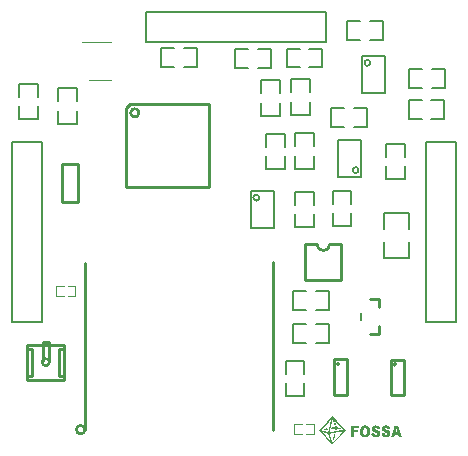
<source format=gto>
G04 Layer: TopSilkLayer*
G04 EasyEDA v6.3.22, 2020-01-22T11:07:26+01:00*
G04 fe9f39e87b364ab5b5230e9583c1109d,6ac03ef627a24f5ab7c901ca926ad83b,10*
G04 Gerber Generator version 0.2*
G04 Scale: 100 percent, Rotated: No, Reflected: No *
G04 Dimensions in millimeters *
G04 leading zeros omitted , absolute positions ,3 integer and 3 decimal *
%FSLAX33Y33*%
%MOMM*%
G90*
G71D02*

%ADD10C,0.254000*%
%ADD47C,0.101600*%
%ADD48C,0.200000*%
%ADD49C,0.119990*%
%ADD50C,0.203200*%
%ADD51C,0.202999*%
%ADD52C,0.199898*%
%ADD53C,0.152400*%

%LPD*%

%LPD*%
G36*
G01X32751Y2568D02*
G01X32682Y2569D01*
G01X32632Y2565D01*
G01X32602Y2556D01*
G01X32588Y2540D01*
G01X32583Y2524D01*
G01X32572Y2492D01*
G01X32557Y2446D01*
G01X32537Y2387D01*
G01X32514Y2318D01*
G01X32488Y2241D01*
G01X32460Y2157D01*
G01X32431Y2069D01*
G01X32285Y1634D01*
G01X32419Y1634D01*
G01X32494Y1636D01*
G01X32538Y1646D01*
G01X32562Y1671D01*
G01X32579Y1717D01*
G01X32597Y1763D01*
G01X32622Y1788D01*
G01X32668Y1798D01*
G01X32751Y1799D01*
G01X32834Y1798D01*
G01X32879Y1789D01*
G01X32901Y1764D01*
G01X32923Y1670D01*
G01X32944Y1645D01*
G01X32987Y1635D01*
G01X33068Y1634D01*
G01X33209Y1634D01*
G01X32903Y2559D01*
G01X32751Y2568D01*
G37*

%LPC*%
G36*
G01X32757Y2289D02*
G01X32748Y2297D01*
G01X32729Y2267D01*
G01X32705Y2196D01*
G01X32683Y2114D01*
G01X32674Y2052D01*
G01X32680Y2040D01*
G01X32696Y2030D01*
G01X32719Y2023D01*
G01X32748Y2021D01*
G01X32795Y2025D01*
G01X32817Y2048D01*
G01X32815Y2099D01*
G01X32793Y2190D01*
G01X32781Y2232D01*
G01X32768Y2266D01*
G01X32757Y2289D01*
G37*

%LPD*%
G36*
G01X29546Y2573D02*
G01X28881Y2573D01*
G01X28881Y1634D01*
G01X29152Y1634D01*
G01X29152Y2021D01*
G01X29497Y2021D01*
G01X29497Y2241D01*
G01X29325Y2241D01*
G01X29232Y2243D01*
G01X29180Y2251D01*
G01X29157Y2267D01*
G01X29152Y2297D01*
G01X29158Y2327D01*
G01X29183Y2343D01*
G01X29242Y2351D01*
G01X29349Y2352D01*
G01X29546Y2352D01*
G01X29546Y2573D01*
G37*

%LPD*%
G36*
G01X30140Y2597D02*
G01X30088Y2601D01*
G01X30034Y2596D01*
G01X29976Y2584D01*
G01X29919Y2564D01*
G01X29866Y2539D01*
G01X29819Y2507D01*
G01X29777Y2467D01*
G01X29741Y2422D01*
G01X29711Y2372D01*
G01X29687Y2318D01*
G01X29668Y2260D01*
G01X29655Y2200D01*
G01X29648Y2138D01*
G01X29647Y2076D01*
G01X29652Y2014D01*
G01X29663Y1953D01*
G01X29680Y1893D01*
G01X29703Y1838D01*
G01X29733Y1785D01*
G01X29769Y1737D01*
G01X29811Y1696D01*
G01X29864Y1662D01*
G01X29929Y1637D01*
G01X30004Y1621D01*
G01X30083Y1613D01*
G01X30161Y1616D01*
G01X30235Y1627D01*
G01X30300Y1647D01*
G01X30351Y1677D01*
G01X30392Y1714D01*
G01X30427Y1755D01*
G01X30457Y1798D01*
G01X30482Y1844D01*
G01X30501Y1891D01*
G01X30516Y1941D01*
G01X30526Y1991D01*
G01X30532Y2042D01*
G01X30533Y2094D01*
G01X30529Y2145D01*
G01X30522Y2196D01*
G01X30509Y2245D01*
G01X30494Y2293D01*
G01X30474Y2339D01*
G01X30451Y2383D01*
G01X30423Y2424D01*
G01X30392Y2462D01*
G01X30358Y2496D01*
G01X30320Y2526D01*
G01X30280Y2552D01*
G01X30236Y2573D01*
G01X30189Y2588D01*
G01X30140Y2597D01*
G37*

%LPC*%
G36*
G01X30122Y2375D02*
G01X30088Y2380D01*
G01X30050Y2373D01*
G01X30017Y2356D01*
G01X29987Y2328D01*
G01X29961Y2292D01*
G01X29941Y2250D01*
G01X29925Y2202D01*
G01X29916Y2150D01*
G01X29912Y2098D01*
G01X29915Y2044D01*
G01X29925Y1993D01*
G01X29942Y1944D01*
G01X29967Y1900D01*
G01X30012Y1855D01*
G01X30068Y1830D01*
G01X30126Y1827D01*
G01X30177Y1848D01*
G01X30209Y1884D01*
G01X30233Y1934D01*
G01X30250Y1994D01*
G01X30259Y2061D01*
G01X30260Y2130D01*
G01X30252Y2196D01*
G01X30235Y2257D01*
G01X30209Y2307D01*
G01X30183Y2339D01*
G01X30153Y2361D01*
G01X30122Y2375D01*
G37*

%LPD*%
G36*
G01X31008Y2596D02*
G01X30957Y2596D01*
G01X30906Y2590D01*
G01X30857Y2579D01*
G01X30812Y2561D01*
G01X30764Y2534D01*
G01X30724Y2504D01*
G01X30693Y2471D01*
G01X30669Y2436D01*
G01X30654Y2399D01*
G01X30646Y2361D01*
G01X30645Y2323D01*
G01X30652Y2284D01*
G01X30666Y2245D01*
G01X30687Y2207D01*
G01X30716Y2170D01*
G01X30751Y2135D01*
G01X30793Y2102D01*
G01X30841Y2071D01*
G01X30897Y2043D01*
G01X30958Y2019D01*
G01X31050Y1986D01*
G01X31099Y1959D01*
G01X31118Y1930D01*
G01X31118Y1888D01*
G01X31103Y1846D01*
G01X31074Y1819D01*
G01X31035Y1807D01*
G01X30992Y1808D01*
G01X30949Y1821D01*
G01X30912Y1847D01*
G01X30886Y1883D01*
G01X30876Y1930D01*
G01X30866Y1952D01*
G01X30840Y1965D01*
G01X30802Y1969D01*
G01X30759Y1965D01*
G01X30715Y1955D01*
G01X30676Y1938D01*
G01X30648Y1917D01*
G01X30634Y1891D01*
G01X30634Y1843D01*
G01X30647Y1799D01*
G01X30669Y1759D01*
G01X30700Y1723D01*
G01X30740Y1691D01*
G01X30786Y1664D01*
G01X30838Y1642D01*
G01X30893Y1626D01*
G01X30950Y1616D01*
G01X31010Y1611D01*
G01X31069Y1613D01*
G01X31127Y1622D01*
G01X31182Y1637D01*
G01X31233Y1660D01*
G01X31279Y1690D01*
G01X31318Y1729D01*
G01X31349Y1770D01*
G01X31373Y1813D01*
G01X31389Y1854D01*
G01X31397Y1896D01*
G01X31398Y1937D01*
G01X31392Y1976D01*
G01X31380Y2015D01*
G01X31360Y2052D01*
G01X31333Y2088D01*
G01X31300Y2123D01*
G01X31260Y2155D01*
G01X31214Y2186D01*
G01X31162Y2213D01*
G01X31103Y2239D01*
G01X31039Y2262D01*
G01X30969Y2281D01*
G01X30938Y2292D01*
G01X30917Y2307D01*
G01X30905Y2327D01*
G01X30901Y2353D01*
G01X30926Y2397D01*
G01X30985Y2412D01*
G01X31051Y2396D01*
G01X31098Y2352D01*
G01X31145Y2316D01*
G01X31225Y2296D01*
G01X31306Y2295D01*
G01X31353Y2318D01*
G01X31365Y2351D01*
G01X31367Y2383D01*
G01X31359Y2415D01*
G01X31342Y2446D01*
G01X31317Y2475D01*
G01X31285Y2502D01*
G01X31248Y2526D01*
G01X31206Y2548D01*
G01X31160Y2566D01*
G01X31111Y2580D01*
G01X31060Y2590D01*
G01X31008Y2596D01*
G37*

%LPD*%
G36*
G01X31916Y2601D02*
G01X31858Y2608D01*
G01X31800Y2607D01*
G01X31743Y2599D01*
G01X31689Y2581D01*
G01X31641Y2558D01*
G01X31601Y2530D01*
G01X31569Y2499D01*
G01X31543Y2465D01*
G01X31525Y2428D01*
G01X31514Y2389D01*
G01X31510Y2349D01*
G01X31513Y2308D01*
G01X31523Y2268D01*
G01X31540Y2228D01*
G01X31563Y2190D01*
G01X31593Y2152D01*
G01X31629Y2118D01*
G01X31671Y2086D01*
G01X31720Y2059D01*
G01X31775Y2035D01*
G01X31885Y1989D01*
G01X31952Y1945D01*
G01X31981Y1898D01*
G01X31977Y1845D01*
G01X31957Y1816D01*
G01X31925Y1801D01*
G01X31887Y1798D01*
G01X31845Y1808D01*
G01X31805Y1826D01*
G01X31771Y1853D01*
G01X31747Y1887D01*
G01X31738Y1926D01*
G01X31708Y1952D01*
G01X31639Y1966D01*
G01X31560Y1964D01*
G01X31500Y1944D01*
G01X31486Y1921D01*
G01X31486Y1887D01*
G01X31497Y1845D01*
G01X31517Y1798D01*
G01X31545Y1751D01*
G01X31578Y1707D01*
G01X31613Y1671D01*
G01X31650Y1647D01*
G01X31703Y1625D01*
G01X31756Y1610D01*
G01X31809Y1602D01*
G01X31861Y1599D01*
G01X31912Y1602D01*
G01X31961Y1610D01*
G01X32008Y1624D01*
G01X32051Y1643D01*
G01X32092Y1666D01*
G01X32128Y1694D01*
G01X32161Y1726D01*
G01X32189Y1762D01*
G01X32211Y1802D01*
G01X32228Y1845D01*
G01X32238Y1891D01*
G01X32242Y1941D01*
G01X32238Y2001D01*
G01X32225Y2053D01*
G01X32201Y2098D01*
G01X32165Y2138D01*
G01X32115Y2173D01*
G01X32050Y2206D01*
G01X31968Y2237D01*
G01X31867Y2269D01*
G01X31818Y2286D01*
G01X31786Y2304D01*
G01X31768Y2326D01*
G01X31763Y2353D01*
G01X31790Y2398D01*
G01X31851Y2413D01*
G01X31915Y2397D01*
G01X31953Y2352D01*
G01X31969Y2323D01*
G01X32001Y2303D01*
G01X32042Y2292D01*
G01X32087Y2289D01*
G01X32132Y2295D01*
G01X32170Y2309D01*
G01X32196Y2331D01*
G01X32206Y2361D01*
G01X32200Y2403D01*
G01X32182Y2444D01*
G01X32155Y2481D01*
G01X32119Y2515D01*
G01X32075Y2544D01*
G01X32026Y2569D01*
G01X31973Y2588D01*
G01X31916Y2601D01*
G37*

%LPD*%
G36*
G01X27337Y3424D02*
G01X27330Y3430D01*
G01X27323Y3424D01*
G01X27307Y3407D01*
G01X27281Y3380D01*
G01X27248Y3344D01*
G01X27206Y3300D01*
G01X27158Y3247D01*
G01X27104Y3187D01*
G01X27044Y3121D01*
G01X26979Y3049D01*
G01X26910Y2972D01*
G01X26838Y2892D01*
G01X26763Y2808D01*
G01X26209Y2186D01*
G01X26770Y1558D01*
G01X27330Y930D01*
G01X28450Y2186D01*
G01X27896Y2808D01*
G01X27821Y2892D01*
G01X27749Y2972D01*
G01X27680Y3049D01*
G01X27615Y3121D01*
G01X27555Y3187D01*
G01X27502Y3247D01*
G01X27453Y3300D01*
G01X27412Y3344D01*
G01X27378Y3380D01*
G01X27353Y3407D01*
G01X27337Y3424D01*
G37*

%LPC*%
G36*
G01X28120Y2072D02*
G01X28105Y2073D01*
G01X28083Y2070D01*
G01X28043Y2065D01*
G01X27988Y2056D01*
G01X27920Y2046D01*
G01X27758Y2019D01*
G01X27669Y2004D01*
G01X27577Y1988D01*
G01X27487Y1973D01*
G01X27399Y1957D01*
G01X27318Y1943D01*
G01X27245Y1930D01*
G01X27183Y1918D01*
G01X27135Y1909D01*
G01X27103Y1902D01*
G01X27091Y1898D01*
G01X27093Y1882D01*
G01X27106Y1841D01*
G01X27126Y1780D01*
G01X27152Y1704D01*
G01X27182Y1619D01*
G01X27214Y1528D01*
G01X27246Y1438D01*
G01X27278Y1353D01*
G01X27306Y1278D01*
G01X27329Y1218D01*
G01X27346Y1179D01*
G01X27354Y1164D01*
G01X27365Y1174D01*
G01X27391Y1200D01*
G01X27431Y1242D01*
G01X27482Y1298D01*
G01X27544Y1366D01*
G01X27614Y1443D01*
G01X27691Y1529D01*
G01X27773Y1620D01*
G01X27859Y1717D01*
G01X27931Y1798D01*
G01X27991Y1867D01*
G01X28039Y1923D01*
G01X28076Y1968D01*
G01X28103Y2004D01*
G01X28121Y2030D01*
G01X28132Y2049D01*
G01X28134Y2062D01*
G01X28129Y2069D01*
G01X28120Y2072D01*
G37*
G36*
G01X26961Y1896D02*
G01X26509Y2044D01*
G01X26826Y1687D01*
G01X26890Y1616D01*
G01X26950Y1548D01*
G01X27005Y1488D01*
G01X27053Y1435D01*
G01X27123Y1358D01*
G01X27142Y1337D01*
G01X27150Y1330D01*
G01X27152Y1336D01*
G01X27140Y1375D01*
G01X27105Y1478D01*
G01X27037Y1675D01*
G01X26961Y1896D01*
G37*
G36*
G01X27199Y3077D02*
G01X27200Y3087D01*
G01X27190Y3080D01*
G01X27166Y3056D01*
G01X27128Y3017D01*
G01X27079Y2964D01*
G01X27020Y2900D01*
G01X26953Y2826D01*
G01X26879Y2744D01*
G01X26801Y2656D01*
G01X26708Y2551D01*
G01X26629Y2461D01*
G01X26565Y2384D01*
G01X26514Y2321D01*
G01X26476Y2271D01*
G01X26453Y2235D01*
G01X26442Y2212D01*
G01X26444Y2202D01*
G01X26477Y2190D01*
G01X26540Y2168D01*
G01X26720Y2108D01*
G01X26960Y2029D01*
G01X26983Y2128D01*
G01X26990Y2157D01*
G01X27001Y2200D01*
G01X27014Y2257D01*
G01X27030Y2324D01*
G01X27047Y2399D01*
G01X27066Y2480D01*
G01X27087Y2565D01*
G01X27107Y2653D01*
G01X27127Y2739D01*
G01X27145Y2819D01*
G01X27176Y2956D01*
G01X27187Y3009D01*
G01X27195Y3050D01*
G01X27199Y3077D01*
G37*
G36*
G01X27355Y3102D02*
G01X27344Y3126D01*
G01X27340Y3114D01*
G01X27330Y3079D01*
G01X27317Y3025D01*
G01X27299Y2956D01*
G01X27280Y2873D01*
G01X27258Y2781D01*
G01X27235Y2683D01*
G01X27211Y2582D01*
G01X27188Y2480D01*
G01X27165Y2381D01*
G01X27144Y2289D01*
G01X27126Y2206D01*
G01X27110Y2136D01*
G01X27092Y2046D01*
G01X27091Y2033D01*
G01X27100Y2033D01*
G01X27125Y2036D01*
G01X27163Y2041D01*
G01X27213Y2049D01*
G01X27272Y2059D01*
G01X27340Y2070D01*
G01X27414Y2083D01*
G01X27492Y2097D01*
G01X27575Y2112D01*
G01X27659Y2127D01*
G01X27742Y2143D01*
G01X27824Y2158D01*
G01X27902Y2173D01*
G01X27976Y2188D01*
G01X28042Y2201D01*
G01X28101Y2212D01*
G01X28149Y2223D01*
G01X28185Y2231D01*
G01X28208Y2237D01*
G01X28216Y2240D01*
G01X28209Y2252D01*
G01X28188Y2278D01*
G01X28155Y2318D01*
G01X28111Y2369D01*
G01X28058Y2430D01*
G01X27997Y2500D01*
G01X27930Y2576D01*
G01X27858Y2656D01*
G01X27783Y2740D01*
G01X27715Y2813D01*
G01X27656Y2875D01*
G01X27607Y2925D01*
G01X27568Y2962D01*
G01X27540Y2986D01*
G01X27524Y2995D01*
G01X27523Y2988D01*
G01X27538Y2943D01*
G01X27562Y2873D01*
G01X27591Y2788D01*
G01X27623Y2696D01*
G01X27699Y2474D01*
G01X27884Y2413D01*
G01X27965Y2383D01*
G01X28023Y2357D01*
G01X28057Y2332D01*
G01X28069Y2309D01*
G01X28057Y2270D01*
G01X28020Y2252D01*
G01X27959Y2257D01*
G01X27871Y2283D01*
G01X27781Y2311D01*
G01X27721Y2314D01*
G01X27686Y2289D01*
G01X27670Y2236D01*
G01X27648Y2180D01*
G01X27612Y2167D01*
G01X27580Y2194D01*
G01X27569Y2258D01*
G01X27575Y2343D01*
G01X27458Y2322D01*
G01X27354Y2304D01*
G01X27290Y2301D01*
G01X27256Y2313D01*
G01X27239Y2341D01*
G01X27237Y2381D01*
G01X27265Y2410D01*
G01X27329Y2432D01*
G01X27435Y2450D01*
G01X27496Y2460D01*
G01X27539Y2472D01*
G01X27564Y2485D01*
G01X27568Y2500D01*
G01X27555Y2536D01*
G01X27530Y2610D01*
G01X27494Y2711D01*
G01X27454Y2829D01*
G01X27413Y2944D01*
G01X27379Y3038D01*
G01X27355Y3102D01*
G37*

%LPD*%
G36*
G01X26891Y2346D02*
G01X26846Y2347D01*
G01X26790Y2340D01*
G01X26726Y2328D01*
G01X26693Y2317D01*
G01X26670Y2301D01*
G01X26657Y2281D01*
G01X26652Y2255D01*
G01X26688Y2219D01*
G01X26770Y2206D01*
G01X26863Y2219D01*
G01X26933Y2255D01*
G01X26952Y2284D01*
G01X26958Y2307D01*
G01X26948Y2325D01*
G01X26926Y2338D01*
G01X26891Y2346D01*
G37*

%LPD*%
G36*
G01X27540Y1851D02*
G01X27510Y1854D01*
G01X27482Y1844D01*
G01X27465Y1820D01*
G01X27440Y1745D01*
G01X27420Y1674D01*
G01X27404Y1608D01*
G01X27392Y1547D01*
G01X27384Y1493D01*
G01X27380Y1446D01*
G01X27380Y1407D01*
G01X27385Y1376D01*
G01X27393Y1354D01*
G01X27406Y1343D01*
G01X27423Y1342D01*
G01X27445Y1352D01*
G01X27460Y1378D01*
G01X27479Y1432D01*
G01X27501Y1505D01*
G01X27522Y1588D01*
G01X27541Y1671D01*
G01X27555Y1746D01*
G01X27563Y1803D01*
G01X27561Y1832D01*
G01X27540Y1851D01*
G37*

%LPD*%
G54D47*
G01X4562Y14401D02*
G01X3927Y14401D01*
G01X3927Y13538D01*
G01X4460Y13538D01*
G01X4562Y13538D01*
G01X4943Y13538D02*
G01X5552Y13538D01*
G01X5552Y14401D01*
G01X5019Y14401D01*
G01X4943Y14401D01*
G01X24742Y2711D02*
G01X24107Y2711D01*
G01X24107Y1848D01*
G01X24640Y1848D01*
G01X24742Y1848D01*
G01X25123Y1848D02*
G01X25732Y1848D01*
G01X25732Y2711D01*
G01X25199Y2711D01*
G01X25123Y2711D01*
G54D10*
G01X16845Y29825D02*
G01X16845Y22814D01*
G01X16845Y22814D02*
G01X9834Y22814D01*
G01X9834Y22814D02*
G01X9834Y29469D01*
G01X10190Y29825D02*
G01X16845Y29825D01*
G01X10190Y29825D02*
G01X9834Y29469D01*
G54D48*
G01X23300Y25410D02*
G01X23300Y24310D01*
G01X21699Y24310D01*
G01X21699Y25410D01*
G01X23300Y26209D02*
G01X23300Y27310D01*
G01X22300Y27310D01*
G01X21699Y27310D01*
G01X21699Y26209D01*
G01X2420Y29620D02*
G01X2420Y28520D01*
G01X819Y28520D01*
G01X819Y29620D01*
G01X2420Y30419D02*
G01X2420Y31520D01*
G01X1420Y31520D01*
G01X819Y31520D01*
G01X819Y30419D01*
G01X5710Y29250D02*
G01X5710Y28150D01*
G01X4109Y28150D01*
G01X4109Y29250D01*
G01X5710Y30049D02*
G01X5710Y31150D01*
G01X4710Y31150D01*
G01X4109Y31150D01*
G01X4109Y30049D01*
G01X22910Y29910D02*
G01X22910Y28810D01*
G01X21309Y28810D01*
G01X21309Y29910D01*
G01X22910Y30709D02*
G01X22910Y31810D01*
G01X21910Y31810D01*
G01X21309Y31810D01*
G01X21309Y30709D01*
G01X25929Y11150D02*
G01X27029Y11150D01*
G01X27029Y9549D01*
G01X25929Y9549D01*
G01X25129Y11150D02*
G01X24029Y11150D01*
G01X24029Y10150D01*
G01X24029Y9549D01*
G01X25129Y9549D01*
G54D10*
G01X4460Y21520D02*
G01X4460Y24719D01*
G01X5759Y24719D02*
G01X4460Y24719D01*
G01X5759Y24719D02*
G01X5759Y21520D01*
G01X4460Y21520D02*
G01X5759Y21520D01*
G54D49*
G01X6740Y31860D02*
G01X8540Y31860D01*
G01X8540Y35080D02*
G01X6090Y35080D01*
G54D50*
G01X13414Y37610D02*
G01X11509Y37610D01*
G01X11509Y35070D01*
G01X26749Y35070D01*
G01X26749Y37610D01*
G54D51*
G01X26749Y37610D02*
G01X13414Y37610D01*
G54D48*
G01X14739Y34530D02*
G01X15839Y34530D01*
G01X15839Y32929D01*
G01X14739Y32929D01*
G01X13940Y34530D02*
G01X12839Y34530D01*
G01X12839Y33530D01*
G01X12839Y32929D01*
G01X13940Y32929D01*
G01X22382Y20885D02*
G01X22382Y22485D01*
G01X22382Y22485D02*
G01X21391Y22485D01*
G01X22382Y20885D02*
G01X22382Y19285D01*
G01X22382Y19285D02*
G01X21391Y19285D01*
G01X21391Y19285D02*
G01X20400Y19285D01*
G01X20400Y19285D02*
G01X20400Y20885D01*
G01X21391Y22485D02*
G01X20400Y22485D01*
G01X20400Y22485D02*
G01X20400Y20885D01*
G54D10*
G01X1510Y9449D02*
G01X4610Y9449D01*
G01X4609Y9449D02*
G01X4609Y6449D01*
G01X1510Y9449D02*
G01X1510Y6449D01*
G01X1509Y6449D02*
G01X4609Y6449D01*
G01X2789Y8090D02*
G01X2789Y9630D01*
G01X3309Y9630D01*
G01X3309Y8130D01*
G01X1519Y9050D02*
G01X1510Y9060D01*
G01X1899Y9060D01*
G01X1899Y6810D01*
G01X1510Y6810D01*
G01X4576Y6832D02*
G01X4586Y6822D01*
G01X4196Y6822D01*
G01X4196Y9072D01*
G01X4586Y9072D01*
G54D48*
G01X20989Y34490D02*
G01X22089Y34490D01*
G01X22089Y32889D01*
G01X20989Y32889D01*
G01X20190Y34490D02*
G01X19089Y34490D01*
G01X19089Y33490D01*
G01X19089Y32889D01*
G01X20190Y32889D01*
G01X27787Y25204D02*
G01X27787Y23604D01*
G01X27787Y23604D02*
G01X28778Y23604D01*
G01X27787Y25204D02*
G01X27787Y26804D01*
G01X27787Y26804D02*
G01X28778Y26804D01*
G01X28778Y26804D02*
G01X29768Y26804D01*
G01X29768Y26804D02*
G01X29768Y25204D01*
G01X28778Y23604D02*
G01X29768Y23604D01*
G01X29768Y23604D02*
G01X29768Y25204D01*
G01X28320Y27869D02*
G01X27219Y27869D01*
G01X27219Y29470D01*
G01X28320Y29470D01*
G01X29119Y27869D02*
G01X30219Y27869D01*
G01X30219Y28869D01*
G01X30219Y29470D01*
G01X29119Y29470D01*
G01X33460Y24550D02*
G01X33460Y23450D01*
G01X31859Y23450D01*
G01X31859Y24550D01*
G01X33460Y25349D02*
G01X33460Y26450D01*
G01X32460Y26450D01*
G01X31859Y26450D01*
G01X31859Y25349D01*
G01X25450Y30000D02*
G01X25450Y28900D01*
G01X23849Y28900D01*
G01X23849Y30000D01*
G01X25450Y30799D02*
G01X25450Y31900D01*
G01X24450Y31900D01*
G01X23849Y31900D01*
G01X23849Y30799D01*
G54D10*
G01X25455Y14931D02*
G01X27654Y14931D01*
G01X25023Y17918D02*
G01X25023Y14921D01*
G01X28096Y14921D01*
G01X28096Y17944D01*
G01X25023Y17918D02*
G01X26013Y17918D01*
G01X27106Y17944D02*
G01X28096Y17944D01*
G54D52*
G01X31715Y18095D02*
G01X31715Y16775D01*
G01X33785Y16775D01*
G01X33785Y18095D01*
G01X31715Y19227D02*
G01X31715Y20547D01*
G01X33785Y20547D01*
G01X33785Y19227D01*
G54D48*
G01X25100Y12389D02*
G01X23999Y12389D01*
G01X23999Y13990D01*
G01X25100Y13990D01*
G01X25899Y12389D02*
G01X26999Y12389D01*
G01X26999Y13389D01*
G01X26999Y13990D01*
G01X25899Y13990D01*
G01X25770Y25440D02*
G01X25770Y24340D01*
G01X24169Y24340D01*
G01X24169Y25440D01*
G01X25770Y26239D02*
G01X25770Y27340D01*
G01X24770Y27340D01*
G01X24169Y27340D01*
G01X24169Y26239D01*
G01X31792Y32305D02*
G01X31792Y33905D01*
G01X31792Y33905D02*
G01X30801Y33905D01*
G01X31792Y32305D02*
G01X31792Y30705D01*
G01X31792Y30705D02*
G01X30801Y30705D01*
G01X30801Y30705D02*
G01X29810Y30705D01*
G01X29810Y30705D02*
G01X29810Y32305D01*
G01X30801Y33905D02*
G01X29810Y33905D01*
G01X29810Y33905D02*
G01X29810Y32305D01*
G01X25369Y34510D02*
G01X26469Y34510D01*
G01X26469Y32909D01*
G01X25369Y32909D01*
G01X24570Y34510D02*
G01X23469Y34510D01*
G01X23469Y33510D01*
G01X23469Y32909D01*
G01X24570Y32909D01*
G01X29700Y35249D02*
G01X28599Y35249D01*
G01X28599Y36850D01*
G01X29700Y36850D01*
G01X30499Y35249D02*
G01X31599Y35249D01*
G01X31599Y36249D01*
G01X31599Y36850D01*
G01X30499Y36850D01*
G01X35709Y30160D02*
G01X36809Y30160D01*
G01X36809Y28559D01*
G01X35709Y28559D01*
G01X34909Y30160D02*
G01X33809Y30160D01*
G01X33809Y29160D01*
G01X33809Y28559D01*
G01X34909Y28559D01*
G01X35719Y32800D02*
G01X36819Y32800D01*
G01X36819Y31199D01*
G01X35719Y31199D01*
G01X34919Y32800D02*
G01X33819Y32800D01*
G01X33819Y31800D01*
G01X33819Y31199D01*
G01X34919Y31199D01*
G54D10*
G01X33351Y8171D02*
G01X33351Y5168D01*
G01X33351Y5168D02*
G01X32248Y5168D01*
G01X32248Y5168D02*
G01X32248Y8171D01*
G01X32248Y8171D02*
G01X33351Y8171D01*
G01X31309Y11019D02*
G01X31309Y10360D01*
G01X31309Y11019D01*
G01X31309Y10360D01*
G01X30494Y10360D01*
G01X30494Y13280D02*
G01X31309Y13280D01*
G01X31309Y12620D01*
G54D48*
G01X29760Y12120D02*
G01X29760Y11520D01*
G01X24960Y6170D02*
G01X24960Y5070D01*
G01X23359Y5070D01*
G01X23359Y6170D01*
G01X24960Y6970D02*
G01X24960Y8070D01*
G01X23960Y8070D01*
G01X23359Y8070D01*
G01X23359Y6970D01*
G54D10*
G01X28561Y8201D02*
G01X28561Y5198D01*
G01X28561Y5198D02*
G01X27458Y5198D01*
G01X27458Y5198D02*
G01X27458Y8201D01*
G01X27458Y8201D02*
G01X28561Y8201D01*
G54D50*
G01X2769Y24715D02*
G01X2769Y26620D01*
G01X229Y26620D01*
G01X229Y11380D01*
G01X2769Y11380D01*
G54D51*
G01X2769Y11380D02*
G01X2769Y24715D01*
G54D50*
G01X37770Y24715D02*
G01X37770Y26620D01*
G01X35230Y26620D01*
G01X35230Y11380D01*
G01X37770Y11380D01*
G54D51*
G01X37770Y11380D02*
G01X37770Y24715D01*
G54D48*
G01X28940Y20550D02*
G01X28940Y19450D01*
G01X27339Y19450D01*
G01X27339Y20550D01*
G01X28940Y21349D02*
G01X28940Y22450D01*
G01X27940Y22450D01*
G01X27339Y22450D01*
G01X27339Y21349D01*
G01X24149Y21299D02*
G01X24149Y22400D01*
G01X25750Y22400D01*
G01X25750Y21299D01*
G01X24149Y20500D02*
G01X24149Y19400D01*
G01X25149Y19400D01*
G01X25750Y19400D01*
G01X25750Y20500D01*
G54D10*
G01X6390Y2229D02*
G01X6390Y16326D01*
G01X22265Y16453D02*
G01X22265Y2229D01*
G75*
G01X27106Y17944D02*
G02X26014Y17919I-546J-2D01*
G01*
G75*
G01X10952Y29063D02*
G03X10952Y29063I-356J0D01*
G01*
G54D48*
G75*
G01X21138Y21876D02*
G03X21138Y21876I-254J0D01*
G01*
G54D10*
G75*
G01X3360Y7950D02*
G03X3360Y7950I-300J0D01*
G01*
G54D48*
G75*
G01X29540Y24214D02*
G03X29540Y24214I-254J0D01*
G01*
G75*
G01X30548Y33296D02*
G03X30548Y33296I-254J0D01*
G01*
G54D53*
G75*
G01X32752Y7770D02*
G03X32752Y7770I-152J0D01*
G01*
G75*
G01X27962Y7800D02*
G03X27962Y7800I-152J0D01*
G01*
G54D10*
G75*
G01X6369Y2229D02*
G03X6369Y2229I-359J0D01*
G01*
M00*
M02*

</source>
